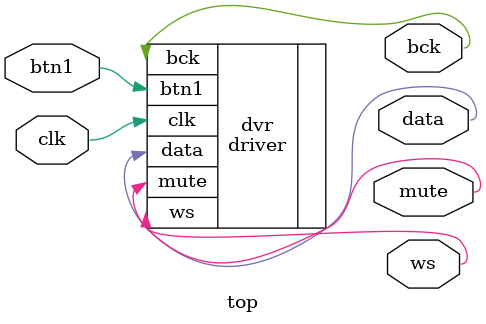
<source format=v>
module top( 

input clk,
input btn1,
output data,
output bck,
output mute,
output ws 
);


driver dvr(

.clk(clk),
.btn1(btn1),
.data(data),
.bck(bck),
.ws(ws),
.mute(mute)
);




endmodule
</source>
